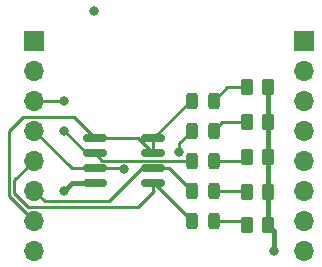
<source format=gtl>
%TF.GenerationSoftware,KiCad,Pcbnew,7.0.10*%
%TF.CreationDate,2024-10-03T23:04:49-07:00*%
%TF.ProjectId,e155 pcb,65313535-2070-4636-922e-6b696361645f,rev?*%
%TF.SameCoordinates,Original*%
%TF.FileFunction,Copper,L1,Top*%
%TF.FilePolarity,Positive*%
%FSLAX46Y46*%
G04 Gerber Fmt 4.6, Leading zero omitted, Abs format (unit mm)*
G04 Created by KiCad (PCBNEW 7.0.10) date 2024-10-03 23:04:49*
%MOMM*%
%LPD*%
G01*
G04 APERTURE LIST*
G04 Aperture macros list*
%AMRoundRect*
0 Rectangle with rounded corners*
0 $1 Rounding radius*
0 $2 $3 $4 $5 $6 $7 $8 $9 X,Y pos of 4 corners*
0 Add a 4 corners polygon primitive as box body*
4,1,4,$2,$3,$4,$5,$6,$7,$8,$9,$2,$3,0*
0 Add four circle primitives for the rounded corners*
1,1,$1+$1,$2,$3*
1,1,$1+$1,$4,$5*
1,1,$1+$1,$6,$7*
1,1,$1+$1,$8,$9*
0 Add four rect primitives between the rounded corners*
20,1,$1+$1,$2,$3,$4,$5,0*
20,1,$1+$1,$4,$5,$6,$7,0*
20,1,$1+$1,$6,$7,$8,$9,0*
20,1,$1+$1,$8,$9,$2,$3,0*%
G04 Aperture macros list end*
%TA.AperFunction,SMDPad,CuDef*%
%ADD10RoundRect,0.243750X0.243750X0.456250X-0.243750X0.456250X-0.243750X-0.456250X0.243750X-0.456250X0*%
%TD*%
%TA.AperFunction,SMDPad,CuDef*%
%ADD11RoundRect,0.150000X-0.825000X-0.150000X0.825000X-0.150000X0.825000X0.150000X-0.825000X0.150000X0*%
%TD*%
%TA.AperFunction,SMDPad,CuDef*%
%ADD12RoundRect,0.250000X-0.262500X-0.450000X0.262500X-0.450000X0.262500X0.450000X-0.262500X0.450000X0*%
%TD*%
%TA.AperFunction,ComponentPad*%
%ADD13R,1.700000X1.700000*%
%TD*%
%TA.AperFunction,ComponentPad*%
%ADD14O,1.700000X1.700000*%
%TD*%
%TA.AperFunction,ViaPad*%
%ADD15C,0.800000*%
%TD*%
%TA.AperFunction,Conductor*%
%ADD16C,0.250000*%
%TD*%
%TA.AperFunction,Conductor*%
%ADD17C,0.381000*%
%TD*%
G04 APERTURE END LIST*
D10*
%TO.P,D4,1,K*%
%TO.N,Net-(D4-K)*%
X165100000Y-101600000D03*
%TO.P,D4,2,A*%
%TO.N,/MOSI*%
X163225000Y-101600000D03*
%TD*%
D11*
%TO.P,U1,1,VDDD*%
%TO.N,/+3.3V*%
X155005000Y-97155000D03*
%TO.P,U1,2,CE*%
%TO.N,/CS*%
X155005000Y-98425000D03*
%TO.P,U1,3,SCLK*%
%TO.N,/SCK*%
X155005000Y-99695000D03*
%TO.P,U1,4,GND*%
%TO.N,GND*%
X155005000Y-100965000D03*
%TO.P,U1,5,SDO*%
%TO.N,/MISO*%
X159955000Y-100965000D03*
%TO.P,U1,6,SDI*%
%TO.N,/MOSI*%
X159955000Y-99695000D03*
%TO.P,U1,7,SERMODE*%
%TO.N,/+3.3V*%
X159955000Y-98425000D03*
%TO.P,U1,8,VDDA*%
X159955000Y-97155000D03*
%TD*%
D12*
%TO.P,R5,1*%
%TO.N,Net-(D5-K)*%
X167852500Y-104535000D03*
%TO.P,R5,2*%
%TO.N,GND*%
X169677500Y-104535000D03*
%TD*%
%TO.P,R4,1*%
%TO.N,Net-(D4-K)*%
X167852500Y-101715000D03*
%TO.P,R4,2*%
%TO.N,GND*%
X169677500Y-101715000D03*
%TD*%
%TO.P,R3,1*%
%TO.N,Net-(D3-K)*%
X167852500Y-98765000D03*
%TO.P,R3,2*%
%TO.N,GND*%
X169677500Y-98765000D03*
%TD*%
%TO.P,R2,1*%
%TO.N,Net-(D2-K)*%
X167852500Y-95815000D03*
%TO.P,R2,2*%
%TO.N,GND*%
X169677500Y-95815000D03*
%TD*%
%TO.P,R1,1*%
%TO.N,Net-(D1-K)*%
X167852500Y-92865000D03*
%TO.P,R1,2*%
%TO.N,GND*%
X169677500Y-92865000D03*
%TD*%
D10*
%TO.P,D5,2,A*%
%TO.N,/MISO*%
X163225000Y-104140000D03*
%TO.P,D5,1,K*%
%TO.N,Net-(D5-K)*%
X165100000Y-104140000D03*
%TD*%
%TO.P,D3,1,K*%
%TO.N,Net-(D3-K)*%
X165100000Y-99060000D03*
%TO.P,D3,2,A*%
%TO.N,/CS*%
X163225000Y-99060000D03*
%TD*%
%TO.P,D2,2,A*%
%TO.N,/SCK*%
X163225000Y-96520000D03*
%TO.P,D2,1,K*%
%TO.N,Net-(D2-K)*%
X165100000Y-96520000D03*
%TD*%
%TO.P,D1,2,A*%
%TO.N,/+3.3V*%
X163225000Y-93980000D03*
%TO.P,D1,1,K*%
%TO.N,Net-(D1-K)*%
X165100000Y-93980000D03*
%TD*%
D13*
%TO.P,J3,1,Pin_1*%
%TO.N,unconnected-(J3-Pin_1-Pad1)*%
X172720000Y-88900000D03*
D14*
%TO.P,J3,2,Pin_2*%
%TO.N,unconnected-(J3-Pin_2-Pad2)*%
X172720000Y-91440000D03*
%TO.P,J3,3,Pin_3*%
%TO.N,unconnected-(J3-Pin_3-Pad3)*%
X172720000Y-93980000D03*
%TO.P,J3,4,Pin_4*%
%TO.N,unconnected-(J3-Pin_4-Pad4)*%
X172720000Y-96520000D03*
%TO.P,J3,5,Pin_5*%
%TO.N,unconnected-(J3-Pin_5-Pad5)*%
X172720000Y-99060000D03*
%TO.P,J3,6,Pin_6*%
%TO.N,unconnected-(J3-Pin_6-Pad6)*%
X172720000Y-101600000D03*
%TO.P,J3,7,Pin_7*%
%TO.N,unconnected-(J3-Pin_7-Pad7)*%
X172720000Y-104140000D03*
%TO.P,J3,8,Pin_8*%
%TO.N,unconnected-(J3-Pin_8-Pad8)*%
X172720000Y-106680000D03*
%TD*%
%TO.P,J2,8,Pin_8*%
%TO.N,GND*%
X149860000Y-106680000D03*
%TO.P,J2,7,Pin_7*%
%TO.N,/+3.3V*%
X149860000Y-104140000D03*
%TO.P,J2,6,Pin_6*%
%TO.N,/MOSI*%
X149860000Y-101600000D03*
%TO.P,J2,5,Pin_5*%
%TO.N,/MISO*%
X149860000Y-99060000D03*
%TO.P,J2,4,Pin_4*%
%TO.N,/SCK*%
X149860000Y-96520000D03*
%TO.P,J2,3,Pin_3*%
%TO.N,/CS*%
X149860000Y-93980000D03*
%TO.P,J2,2,Pin_2*%
%TO.N,unconnected-(J2-Pin_2-Pad2)*%
X149860000Y-91440000D03*
D13*
%TO.P,J2,1,Pin_1*%
%TO.N,unconnected-(J2-Pin_1-Pad1)*%
X149860000Y-88900000D03*
%TD*%
D15*
%TO.N,*%
X154940000Y-86360000D03*
X154940000Y-86360000D03*
X154940000Y-86360000D03*
X154940000Y-86360000D03*
%TO.N,/SCK*%
X162137500Y-98335000D03*
X157480000Y-99785000D03*
%TO.N,GND*%
X170180000Y-106680000D03*
X152400000Y-101600000D03*
%TO.N,/CS*%
X152400000Y-96520000D03*
X152400000Y-93980000D03*
%TD*%
D16*
%TO.N,Net-(D1-K)*%
X165100000Y-93980000D02*
X166215000Y-92865000D01*
X166215000Y-92865000D02*
X167852500Y-92865000D01*
%TO.N,Net-(D2-K)*%
X165100000Y-96520000D02*
X165805000Y-95815000D01*
X165805000Y-95815000D02*
X167852500Y-95815000D01*
%TO.N,Net-(D3-K)*%
X165100000Y-99060000D02*
X167557500Y-99060000D01*
X167557500Y-99060000D02*
X167852500Y-98765000D01*
%TO.N,Net-(D4-K)*%
X165100000Y-101600000D02*
X167737500Y-101600000D01*
X167737500Y-101600000D02*
X167852500Y-101715000D01*
%TO.N,Net-(D5-K)*%
X165100000Y-104140000D02*
X167457500Y-104140000D01*
X167457500Y-104140000D02*
X167852500Y-104535000D01*
%TO.N,/SCK*%
X162137500Y-98335000D02*
X162137500Y-97607500D01*
X162137500Y-97607500D02*
X163225000Y-96520000D01*
X157295000Y-99695000D02*
X157480000Y-99510000D01*
X157480000Y-99510000D02*
X157480000Y-99785000D01*
X155005000Y-99695000D02*
X157295000Y-99695000D01*
D17*
%TO.N,GND*%
X169677500Y-95815000D02*
X169677500Y-92865000D01*
X169677500Y-98765000D02*
X169677500Y-95815000D01*
X169677500Y-101715000D02*
X169677500Y-98765000D01*
X169677500Y-104535000D02*
X169677500Y-101715000D01*
X170180000Y-106680000D02*
X170180000Y-105037500D01*
X170180000Y-105037500D02*
X169677500Y-104535000D01*
X153035000Y-100965000D02*
X152400000Y-101600000D01*
X155005000Y-100965000D02*
X153035000Y-100965000D01*
D16*
%TO.N,/+3.3V*%
X159955000Y-97155000D02*
X163130000Y-93980000D01*
X163130000Y-93980000D02*
X163225000Y-93980000D01*
X159955000Y-98425000D02*
X159955000Y-97155000D01*
X155005000Y-97155000D02*
X158685000Y-97155000D01*
X158685000Y-97155000D02*
X159955000Y-98425000D01*
%TO.N,/CS*%
X155005000Y-98425000D02*
X155640000Y-99060000D01*
X155640000Y-99060000D02*
X163225000Y-99060000D01*
X152400000Y-96520000D02*
X154305000Y-98425000D01*
X154305000Y-98425000D02*
X155005000Y-98425000D01*
X149860000Y-93980000D02*
X152400000Y-93980000D01*
%TO.N,/MOSI*%
X149860000Y-101600000D02*
X150775000Y-102515000D01*
X150775000Y-102515000D02*
X156160001Y-102515000D01*
X156160001Y-102515000D02*
X158980001Y-99695000D01*
X158980001Y-99695000D02*
X159955000Y-99695000D01*
%TO.N,/MISO*%
X149321396Y-102965000D02*
X158655000Y-102965000D01*
X148195000Y-101838604D02*
X149321396Y-102965000D01*
X148195000Y-100725000D02*
X148195000Y-101838604D01*
X158655000Y-102965000D02*
X160020000Y-101600000D01*
X149860000Y-99060000D02*
X148195000Y-100725000D01*
X160020000Y-101600000D02*
X159955000Y-101535000D01*
X159955000Y-101535000D02*
X159955000Y-100965000D01*
%TO.N,/SCK*%
X149860000Y-96520000D02*
X153035000Y-99695000D01*
X153035000Y-99695000D02*
X155005000Y-99695000D01*
%TO.N,/+3.3V*%
X147745000Y-102025000D02*
X147745000Y-96520000D01*
X149860000Y-104140000D02*
X147745000Y-102025000D01*
X147745000Y-96520000D02*
X148920000Y-95345000D01*
X148920000Y-95345000D02*
X153195000Y-95345000D01*
X153195000Y-95345000D02*
X155005000Y-97155000D01*
%TO.N,/MOSI*%
X159955000Y-99695000D02*
X161320000Y-99695000D01*
X161320000Y-99695000D02*
X163225000Y-101600000D01*
%TO.N,/MISO*%
X159955000Y-100965000D02*
X160050000Y-100965000D01*
X160050000Y-100965000D02*
X163225000Y-104140000D01*
%TD*%
M02*

</source>
